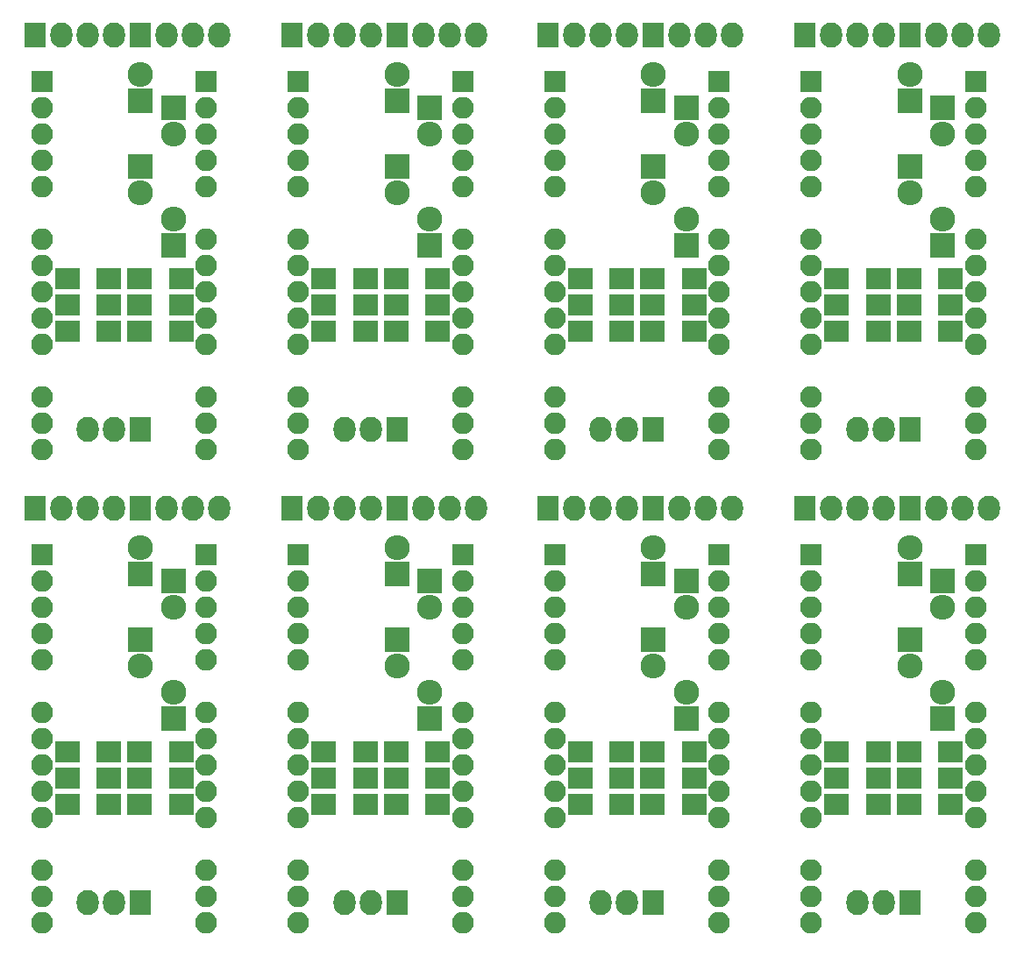
<source format=gbs>
G04 #@! TF.FileFunction,Soldermask,Bot*
%FSLAX46Y46*%
G04 Gerber Fmt 4.6, Leading zero omitted, Abs format (unit mm)*
G04 Created by KiCad (PCBNEW 4.0.5+dfsg1-4) date Thu Mar 30 08:58:49 2017*
%MOMM*%
%LPD*%
G01*
G04 APERTURE LIST*
%ADD10C,0.100000*%
%ADD11R,2.432000X2.432000*%
%ADD12O,2.432000X2.432000*%
%ADD13R,2.400000X2.100000*%
%ADD14R,2.127200X2.432000*%
%ADD15O,2.127200X2.432000*%
%ADD16R,2.100000X2.100000*%
%ADD17O,2.100000X2.100000*%
G04 APERTURE END LIST*
D10*
D11*
X182880000Y-85090000D03*
D12*
X182880000Y-82550000D03*
D13*
X186785000Y-107315000D03*
X182785000Y-107315000D03*
X175800000Y-107315000D03*
X179800000Y-107315000D03*
X186785000Y-104775000D03*
X182785000Y-104775000D03*
X175800000Y-104775000D03*
X179800000Y-104775000D03*
X186785000Y-102235000D03*
X182785000Y-102235000D03*
X175800000Y-102235000D03*
X179800000Y-102235000D03*
D14*
X182880000Y-78740000D03*
D15*
X185420000Y-78740000D03*
X187960000Y-78740000D03*
X190500000Y-78740000D03*
D14*
X172720000Y-78740000D03*
D15*
X175260000Y-78740000D03*
X177800000Y-78740000D03*
X180340000Y-78740000D03*
D11*
X182880000Y-91440000D03*
D12*
X182880000Y-93980000D03*
D11*
X186055000Y-85725000D03*
D12*
X186055000Y-88265000D03*
D11*
X186055000Y-99060000D03*
D12*
X186055000Y-96520000D03*
D16*
X173355000Y-83185000D03*
D17*
X173355000Y-85725000D03*
X173355000Y-88265000D03*
X173355000Y-90805000D03*
X173355000Y-93345000D03*
X173355000Y-98425000D03*
X173355000Y-100965000D03*
X173355000Y-103505000D03*
X173355000Y-106045000D03*
X173355000Y-108585000D03*
X173355000Y-113665000D03*
X173355000Y-116205000D03*
X173355000Y-118745000D03*
D16*
X189230000Y-83185000D03*
D17*
X189230000Y-85725000D03*
X189230000Y-88265000D03*
X189230000Y-90805000D03*
X189230000Y-93345000D03*
X189230000Y-98425000D03*
X189230000Y-100965000D03*
X189230000Y-103505000D03*
X189230000Y-106045000D03*
X189230000Y-108585000D03*
X189230000Y-113665000D03*
X189230000Y-116205000D03*
X189230000Y-118745000D03*
D14*
X182880000Y-116840000D03*
D15*
X180340000Y-116840000D03*
X177800000Y-116840000D03*
D14*
X207645000Y-116840000D03*
D15*
X205105000Y-116840000D03*
X202565000Y-116840000D03*
D16*
X213995000Y-83185000D03*
D17*
X213995000Y-85725000D03*
X213995000Y-88265000D03*
X213995000Y-90805000D03*
X213995000Y-93345000D03*
X213995000Y-98425000D03*
X213995000Y-100965000D03*
X213995000Y-103505000D03*
X213995000Y-106045000D03*
X213995000Y-108585000D03*
X213995000Y-113665000D03*
X213995000Y-116205000D03*
X213995000Y-118745000D03*
D16*
X198120000Y-83185000D03*
D17*
X198120000Y-85725000D03*
X198120000Y-88265000D03*
X198120000Y-90805000D03*
X198120000Y-93345000D03*
X198120000Y-98425000D03*
X198120000Y-100965000D03*
X198120000Y-103505000D03*
X198120000Y-106045000D03*
X198120000Y-108585000D03*
X198120000Y-113665000D03*
X198120000Y-116205000D03*
X198120000Y-118745000D03*
D11*
X210820000Y-99060000D03*
D12*
X210820000Y-96520000D03*
D11*
X210820000Y-85725000D03*
D12*
X210820000Y-88265000D03*
D11*
X207645000Y-91440000D03*
D12*
X207645000Y-93980000D03*
D14*
X197485000Y-78740000D03*
D15*
X200025000Y-78740000D03*
X202565000Y-78740000D03*
X205105000Y-78740000D03*
D14*
X207645000Y-78740000D03*
D15*
X210185000Y-78740000D03*
X212725000Y-78740000D03*
X215265000Y-78740000D03*
D13*
X200565000Y-102235000D03*
X204565000Y-102235000D03*
X211550000Y-102235000D03*
X207550000Y-102235000D03*
X200565000Y-104775000D03*
X204565000Y-104775000D03*
X211550000Y-104775000D03*
X207550000Y-104775000D03*
X200565000Y-107315000D03*
X204565000Y-107315000D03*
X211550000Y-107315000D03*
X207550000Y-107315000D03*
D11*
X207645000Y-85090000D03*
D12*
X207645000Y-82550000D03*
D11*
X257175000Y-85090000D03*
D12*
X257175000Y-82550000D03*
D13*
X261080000Y-107315000D03*
X257080000Y-107315000D03*
X250095000Y-107315000D03*
X254095000Y-107315000D03*
X261080000Y-104775000D03*
X257080000Y-104775000D03*
X250095000Y-104775000D03*
X254095000Y-104775000D03*
X261080000Y-102235000D03*
X257080000Y-102235000D03*
X250095000Y-102235000D03*
X254095000Y-102235000D03*
D14*
X257175000Y-78740000D03*
D15*
X259715000Y-78740000D03*
X262255000Y-78740000D03*
X264795000Y-78740000D03*
D14*
X247015000Y-78740000D03*
D15*
X249555000Y-78740000D03*
X252095000Y-78740000D03*
X254635000Y-78740000D03*
D11*
X257175000Y-91440000D03*
D12*
X257175000Y-93980000D03*
D11*
X260350000Y-85725000D03*
D12*
X260350000Y-88265000D03*
D11*
X260350000Y-99060000D03*
D12*
X260350000Y-96520000D03*
D16*
X247650000Y-83185000D03*
D17*
X247650000Y-85725000D03*
X247650000Y-88265000D03*
X247650000Y-90805000D03*
X247650000Y-93345000D03*
X247650000Y-98425000D03*
X247650000Y-100965000D03*
X247650000Y-103505000D03*
X247650000Y-106045000D03*
X247650000Y-108585000D03*
X247650000Y-113665000D03*
X247650000Y-116205000D03*
X247650000Y-118745000D03*
D16*
X263525000Y-83185000D03*
D17*
X263525000Y-85725000D03*
X263525000Y-88265000D03*
X263525000Y-90805000D03*
X263525000Y-93345000D03*
X263525000Y-98425000D03*
X263525000Y-100965000D03*
X263525000Y-103505000D03*
X263525000Y-106045000D03*
X263525000Y-108585000D03*
X263525000Y-113665000D03*
X263525000Y-116205000D03*
X263525000Y-118745000D03*
D14*
X257175000Y-116840000D03*
D15*
X254635000Y-116840000D03*
X252095000Y-116840000D03*
D14*
X232410000Y-116840000D03*
D15*
X229870000Y-116840000D03*
X227330000Y-116840000D03*
D16*
X238760000Y-83185000D03*
D17*
X238760000Y-85725000D03*
X238760000Y-88265000D03*
X238760000Y-90805000D03*
X238760000Y-93345000D03*
X238760000Y-98425000D03*
X238760000Y-100965000D03*
X238760000Y-103505000D03*
X238760000Y-106045000D03*
X238760000Y-108585000D03*
X238760000Y-113665000D03*
X238760000Y-116205000D03*
X238760000Y-118745000D03*
D16*
X222885000Y-83185000D03*
D17*
X222885000Y-85725000D03*
X222885000Y-88265000D03*
X222885000Y-90805000D03*
X222885000Y-93345000D03*
X222885000Y-98425000D03*
X222885000Y-100965000D03*
X222885000Y-103505000D03*
X222885000Y-106045000D03*
X222885000Y-108585000D03*
X222885000Y-113665000D03*
X222885000Y-116205000D03*
X222885000Y-118745000D03*
D11*
X235585000Y-99060000D03*
D12*
X235585000Y-96520000D03*
D11*
X235585000Y-85725000D03*
D12*
X235585000Y-88265000D03*
D11*
X232410000Y-91440000D03*
D12*
X232410000Y-93980000D03*
D14*
X222250000Y-78740000D03*
D15*
X224790000Y-78740000D03*
X227330000Y-78740000D03*
X229870000Y-78740000D03*
D14*
X232410000Y-78740000D03*
D15*
X234950000Y-78740000D03*
X237490000Y-78740000D03*
X240030000Y-78740000D03*
D13*
X225330000Y-102235000D03*
X229330000Y-102235000D03*
X236315000Y-102235000D03*
X232315000Y-102235000D03*
X225330000Y-104775000D03*
X229330000Y-104775000D03*
X236315000Y-104775000D03*
X232315000Y-104775000D03*
X225330000Y-107315000D03*
X229330000Y-107315000D03*
X236315000Y-107315000D03*
X232315000Y-107315000D03*
D11*
X232410000Y-85090000D03*
D12*
X232410000Y-82550000D03*
D11*
X232410000Y-39370000D03*
D12*
X232410000Y-36830000D03*
D13*
X236315000Y-61595000D03*
X232315000Y-61595000D03*
X225330000Y-61595000D03*
X229330000Y-61595000D03*
X236315000Y-59055000D03*
X232315000Y-59055000D03*
X225330000Y-59055000D03*
X229330000Y-59055000D03*
X236315000Y-56515000D03*
X232315000Y-56515000D03*
X225330000Y-56515000D03*
X229330000Y-56515000D03*
D14*
X232410000Y-33020000D03*
D15*
X234950000Y-33020000D03*
X237490000Y-33020000D03*
X240030000Y-33020000D03*
D14*
X222250000Y-33020000D03*
D15*
X224790000Y-33020000D03*
X227330000Y-33020000D03*
X229870000Y-33020000D03*
D11*
X232410000Y-45720000D03*
D12*
X232410000Y-48260000D03*
D11*
X235585000Y-40005000D03*
D12*
X235585000Y-42545000D03*
D11*
X235585000Y-53340000D03*
D12*
X235585000Y-50800000D03*
D16*
X222885000Y-37465000D03*
D17*
X222885000Y-40005000D03*
X222885000Y-42545000D03*
X222885000Y-45085000D03*
X222885000Y-47625000D03*
X222885000Y-52705000D03*
X222885000Y-55245000D03*
X222885000Y-57785000D03*
X222885000Y-60325000D03*
X222885000Y-62865000D03*
X222885000Y-67945000D03*
X222885000Y-70485000D03*
X222885000Y-73025000D03*
D16*
X238760000Y-37465000D03*
D17*
X238760000Y-40005000D03*
X238760000Y-42545000D03*
X238760000Y-45085000D03*
X238760000Y-47625000D03*
X238760000Y-52705000D03*
X238760000Y-55245000D03*
X238760000Y-57785000D03*
X238760000Y-60325000D03*
X238760000Y-62865000D03*
X238760000Y-67945000D03*
X238760000Y-70485000D03*
X238760000Y-73025000D03*
D14*
X232410000Y-71120000D03*
D15*
X229870000Y-71120000D03*
X227330000Y-71120000D03*
D14*
X257175000Y-71120000D03*
D15*
X254635000Y-71120000D03*
X252095000Y-71120000D03*
D16*
X263525000Y-37465000D03*
D17*
X263525000Y-40005000D03*
X263525000Y-42545000D03*
X263525000Y-45085000D03*
X263525000Y-47625000D03*
X263525000Y-52705000D03*
X263525000Y-55245000D03*
X263525000Y-57785000D03*
X263525000Y-60325000D03*
X263525000Y-62865000D03*
X263525000Y-67945000D03*
X263525000Y-70485000D03*
X263525000Y-73025000D03*
D16*
X247650000Y-37465000D03*
D17*
X247650000Y-40005000D03*
X247650000Y-42545000D03*
X247650000Y-45085000D03*
X247650000Y-47625000D03*
X247650000Y-52705000D03*
X247650000Y-55245000D03*
X247650000Y-57785000D03*
X247650000Y-60325000D03*
X247650000Y-62865000D03*
X247650000Y-67945000D03*
X247650000Y-70485000D03*
X247650000Y-73025000D03*
D11*
X260350000Y-53340000D03*
D12*
X260350000Y-50800000D03*
D11*
X260350000Y-40005000D03*
D12*
X260350000Y-42545000D03*
D11*
X257175000Y-45720000D03*
D12*
X257175000Y-48260000D03*
D14*
X247015000Y-33020000D03*
D15*
X249555000Y-33020000D03*
X252095000Y-33020000D03*
X254635000Y-33020000D03*
D14*
X257175000Y-33020000D03*
D15*
X259715000Y-33020000D03*
X262255000Y-33020000D03*
X264795000Y-33020000D03*
D13*
X250095000Y-56515000D03*
X254095000Y-56515000D03*
X261080000Y-56515000D03*
X257080000Y-56515000D03*
X250095000Y-59055000D03*
X254095000Y-59055000D03*
X261080000Y-59055000D03*
X257080000Y-59055000D03*
X250095000Y-61595000D03*
X254095000Y-61595000D03*
X261080000Y-61595000D03*
X257080000Y-61595000D03*
D11*
X257175000Y-39370000D03*
D12*
X257175000Y-36830000D03*
D11*
X207645000Y-39370000D03*
D12*
X207645000Y-36830000D03*
D13*
X211550000Y-61595000D03*
X207550000Y-61595000D03*
X200565000Y-61595000D03*
X204565000Y-61595000D03*
X211550000Y-59055000D03*
X207550000Y-59055000D03*
X200565000Y-59055000D03*
X204565000Y-59055000D03*
X211550000Y-56515000D03*
X207550000Y-56515000D03*
X200565000Y-56515000D03*
X204565000Y-56515000D03*
D14*
X207645000Y-33020000D03*
D15*
X210185000Y-33020000D03*
X212725000Y-33020000D03*
X215265000Y-33020000D03*
D14*
X197485000Y-33020000D03*
D15*
X200025000Y-33020000D03*
X202565000Y-33020000D03*
X205105000Y-33020000D03*
D11*
X207645000Y-45720000D03*
D12*
X207645000Y-48260000D03*
D11*
X210820000Y-40005000D03*
D12*
X210820000Y-42545000D03*
D11*
X210820000Y-53340000D03*
D12*
X210820000Y-50800000D03*
D16*
X198120000Y-37465000D03*
D17*
X198120000Y-40005000D03*
X198120000Y-42545000D03*
X198120000Y-45085000D03*
X198120000Y-47625000D03*
X198120000Y-52705000D03*
X198120000Y-55245000D03*
X198120000Y-57785000D03*
X198120000Y-60325000D03*
X198120000Y-62865000D03*
X198120000Y-67945000D03*
X198120000Y-70485000D03*
X198120000Y-73025000D03*
D16*
X213995000Y-37465000D03*
D17*
X213995000Y-40005000D03*
X213995000Y-42545000D03*
X213995000Y-45085000D03*
X213995000Y-47625000D03*
X213995000Y-52705000D03*
X213995000Y-55245000D03*
X213995000Y-57785000D03*
X213995000Y-60325000D03*
X213995000Y-62865000D03*
X213995000Y-67945000D03*
X213995000Y-70485000D03*
X213995000Y-73025000D03*
D14*
X207645000Y-71120000D03*
D15*
X205105000Y-71120000D03*
X202565000Y-71120000D03*
D14*
X182880000Y-71120000D03*
D15*
X180340000Y-71120000D03*
X177800000Y-71120000D03*
D16*
X189230000Y-37465000D03*
D17*
X189230000Y-40005000D03*
X189230000Y-42545000D03*
X189230000Y-45085000D03*
X189230000Y-47625000D03*
X189230000Y-52705000D03*
X189230000Y-55245000D03*
X189230000Y-57785000D03*
X189230000Y-60325000D03*
X189230000Y-62865000D03*
X189230000Y-67945000D03*
X189230000Y-70485000D03*
X189230000Y-73025000D03*
D16*
X173355000Y-37465000D03*
D17*
X173355000Y-40005000D03*
X173355000Y-42545000D03*
X173355000Y-45085000D03*
X173355000Y-47625000D03*
X173355000Y-52705000D03*
X173355000Y-55245000D03*
X173355000Y-57785000D03*
X173355000Y-60325000D03*
X173355000Y-62865000D03*
X173355000Y-67945000D03*
X173355000Y-70485000D03*
X173355000Y-73025000D03*
D11*
X186055000Y-53340000D03*
D12*
X186055000Y-50800000D03*
D11*
X186055000Y-40005000D03*
D12*
X186055000Y-42545000D03*
D11*
X182880000Y-45720000D03*
D12*
X182880000Y-48260000D03*
D14*
X172720000Y-33020000D03*
D15*
X175260000Y-33020000D03*
X177800000Y-33020000D03*
X180340000Y-33020000D03*
D14*
X182880000Y-33020000D03*
D15*
X185420000Y-33020000D03*
X187960000Y-33020000D03*
X190500000Y-33020000D03*
D13*
X175800000Y-56515000D03*
X179800000Y-56515000D03*
X186785000Y-56515000D03*
X182785000Y-56515000D03*
X175800000Y-59055000D03*
X179800000Y-59055000D03*
X186785000Y-59055000D03*
X182785000Y-59055000D03*
X175800000Y-61595000D03*
X179800000Y-61595000D03*
X186785000Y-61595000D03*
X182785000Y-61595000D03*
D11*
X182880000Y-39370000D03*
D12*
X182880000Y-36830000D03*
M02*

</source>
